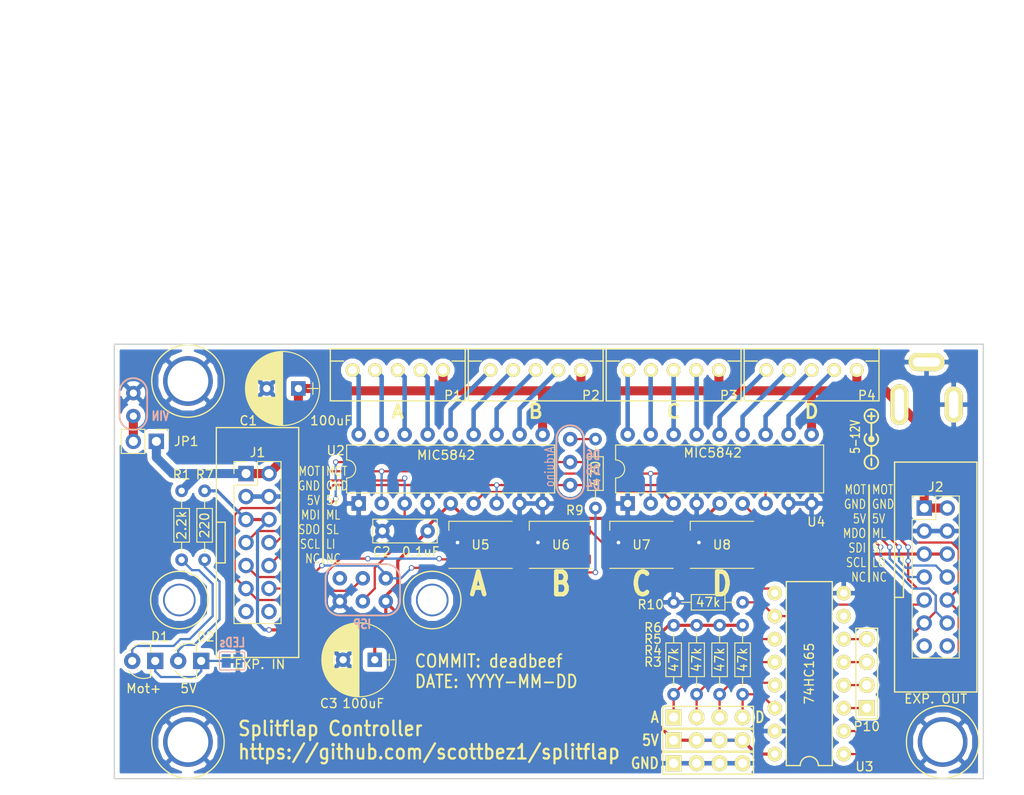
<source format=kicad_pcb>
(kicad_pcb (version 4) (host pcbnew 4.0.7-e2-6376~61~ubuntu18.04.1)
  (title_block (title "Splitflap controller board") (company "Scott Bezek") (comment 1 https://github.com/scottbez1/splitflap))
  (layers (0 F.Cu signal) (31 B.Cu signal) (34 B.Paste user) (35 F.Paste user) (36 B.SilkS user) (37 F.SilkS user) (38 B.Mask user) (39 F.Mask user) (44 Edge.Cuts user))
  (net 0 "")
  (net 1 GND)
  (net 2 "Net-(P2-Pad1)")
  (net 3 "Net-(P2-Pad2)")
  (net 4 "Net-(P2-Pad3)")
  (net 5 "Net-(P3-Pad1)")
  (net 6 "Net-(P3-Pad2)")
  (net 7 "Net-(P3-Pad3)")
  (net 8 "Net-(P3-Pad4)")
  (net 9 VCC)
  (net 10 "Net-(P4-Pad1)")
  (net 11 "Net-(P4-Pad2)")
  (net 12 "Net-(P4-Pad3)")
  (net 13 "Net-(P4-Pad4)")
  (net 14 "Net-(P1-Pad3)")
  (net 15 "Net-(P1-Pad2)")
  (net 16 +5V)
  (net 17 "Net-(P1-Pad4)")
  (net 18 "Net-(U5-Pad2)")
  (net 19 "Net-(D1-Pad2)")
  (net 20 "Net-(D2-Pad2)")
  (net 21 /MOTOR_DATA_IN)
  (net 22 /MOTOR_LATCH)
  (net 23 /SENSOR_DATA_OUT)
  (net 24 /SENSOR_LATCH)
  (net 25 /SPI_CLOCK)
  (net 26 /DBGLED_IN)
  (net 27 "Net-(J1-Pad13)")
  (net 28 "Net-(J1-Pad14)")
  (net 29 /MOTOR_DATA_OUT)
  (net 30 /SENSOR_DATA_IN)
  (net 31 /DBGLED_OUT)
  (net 32 "Net-(J2-Pad13)")
  (net 33 "Net-(J2-Pad14)")
  (net 34 "Net-(P1-Pad1)")
  (net 35 "Net-(P2-Pad4)")
  (net 36 /SENSE1)
  (net 37 /SENSE2)
  (net 38 /SENSE3)
  (net 39 /SENSE4)
  (net 40 "Net-(U1-PadISP5)")
  (net 41 "Net-(U2-Pad6)")
  (net 42 "Net-(U3-Pad7)")
  (net 43 "Net-(U6-Pad2)")
  (net 44 "Net-(U7-Pad2)")
  (net 45 "Net-(R9-Pad1)")
  (net 46 "Net-(P10-Pad1)")
  (net 47 "Net-(P10-Pad2)")
  (net 48 "Net-(P10-Pad3)")
  (net 49 "Net-(P10-Pad4)")
  (net 50 "Net-(D1-Pad1)")
  (net 51 "Net-(JP1-Pad2)")
  (module Capacitors_ThroughHole:CP_Radial_D8.0mm_P3.50mm (layer F.Cu) (at 40.33 24.892 180)
    (fp_text reference C1 (at 5.532 -3.556 360) (layer F.SilkS))
    (fp_text value 100uF (at -3.612 -3.556 180) (layer F.SilkS))
    (pad 1 thru_hole rect (at 0 0 180) (size 1.6 1.6) (drill 0.8) (layers *.Cu *.Mask) (net 9 VCC))
    (pad 2 thru_hole circle (at 3.5 0 180) (size 1.6 1.6) (drill 0.8) (layers *.Cu *.Mask) (net 1 GND))
  )
  (module MountingHoles:M4_mount (layer F.Cu) (at 28.128 24.064)
    (fp_text reference Z1 hide)
    (fp_text value MOUNT hide)
    (pad 1 thru_hole circle (at 0 0) (size 5.5 5.5) (drill 4.5) (layers *.Cu *.Mask) (net 1 GND) (clearance 1.5))
  )
  (module MountingHoles:M4_mount (layer F.Cu) (at 28.128 63.942)
    (fp_text reference Z2 hide)
    (fp_text value MOUNT hide)
    (pad 1 thru_hole circle (at 0 0) (size 5.5 5.5) (drill 4.5) (layers *.Cu *.Mask) (net 1 GND) (clearance 1.5))
  )
  (module PinHeaders:Pin_Header_Straight_2x07_Pitch2.54mm_IDC_Shrouded (layer F.Cu) (at 109.474 38.1)
    (fp_text reference J2 (at 1.27 -2.33) (layer F.SilkS))
    (fp_text value "EXP. OUT" (at 1.27 21.082) (layer F.SilkS))
    (pad 1 thru_hole rect (at 0 0) (size 1.7 1.7) (drill 1) (layers *.Cu *.Mask) (net 9 VCC))
    (pad 2 thru_hole oval (at 2.54 0) (size 1.7 1.7) (drill 1) (layers *.Cu *.Mask) (net 9 VCC))
    (pad 3 thru_hole oval (at 0 2.54) (size 1.7 1.7) (drill 1) (layers *.Cu *.Mask) (net 1 GND))
    (pad 4 thru_hole oval (at 2.54 2.54) (size 1.7 1.7) (drill 1) (layers *.Cu *.Mask) (net 1 GND))
    (pad 5 thru_hole oval (at 0 5.08) (size 1.7 1.7) (drill 1) (layers *.Cu *.Mask) (net 16 +5V))
    (pad 6 thru_hole oval (at 2.54 5.08) (size 1.7 1.7) (drill 1) (layers *.Cu *.Mask) (net 16 +5V))
    (pad 7 thru_hole oval (at 0 7.62) (size 1.7 1.7) (drill 1) (layers *.Cu *.Mask) (net 29 /MOTOR_DATA_OUT))
    (pad 8 thru_hole oval (at 2.54 7.62) (size 1.7 1.7) (drill 1) (layers *.Cu *.Mask) (net 22 /MOTOR_LATCH))
    (pad 9 thru_hole oval (at 0 10.16) (size 1.7 1.7) (drill 1) (layers *.Cu *.Mask) (net 30 /SENSOR_DATA_IN))
    (pad 10 thru_hole oval (at 2.54 10.16) (size 1.7 1.7) (drill 1) (layers *.Cu *.Mask) (net 24 /SENSOR_LATCH))
    (pad 11 thru_hole oval (at 0 12.7) (size 1.7 1.7) (drill 1) (layers *.Cu *.Mask) (net 25 /SPI_CLOCK))
    (pad 12 thru_hole oval (at 2.54 12.7) (size 1.7 1.7) (drill 1) (layers *.Cu *.Mask) (net 31 /DBGLED_OUT))
    (pad 13 thru_hole oval (at 0 15.24) (size 1.7 1.7) (drill 1) (layers *.Cu *.Mask) (net 32 "Net-(J2-Pad13)"))
    (pad 14 thru_hole oval (at 2.54 15.24) (size 1.7 1.7) (drill 1) (layers *.Cu *.Mask) (net 33 "Net-(J2-Pad14)"))
  )
  (module PinHeaders:Pin_Header_Straight_1x04 (layer F.Cu) (at 81.788 66.294 90)
    (fp_text reference P8 hide)
    (fp_text value CONN_01X04 hide)
    (pad 1 thru_hole rect (at 0 0 90) (size 1.75 1.75) (drill 1) (layers *.Cu *.Mask F.SilkS) (net 1 GND))
    (pad 2 thru_hole oval (at 0 2.54 90) (size 1.75 1.75) (drill 1) (layers *.Cu *.Mask F.SilkS) (net 1 GND))
    (pad 3 thru_hole oval (at 0 5.08 90) (size 1.75 1.75) (drill 1) (layers *.Cu *.Mask F.SilkS) (net 1 GND))
    (pad 4 thru_hole oval (at 0 7.62 90) (size 1.75 1.75) (drill 1) (layers *.Cu *.Mask F.SilkS) (net 1 GND))
  )
  (module PinHeaders:Pin_Header_Straight_1x04 (layer F.Cu) (at 81.788 63.754 90)
    (fp_text reference P7 hide)
    (fp_text value CONN_01X04 hide)
    (pad 1 thru_hole rect (at 0 0 90) (size 1.75 1.75) (drill 1) (layers *.Cu *.Mask F.SilkS) (net 16 +5V))
    (pad 2 thru_hole oval (at 0 2.54 90) (size 1.75 1.75) (drill 1) (layers *.Cu *.Mask F.SilkS) (net 16 +5V))
    (pad 3 thru_hole oval (at 0 5.08 90) (size 1.75 1.75) (drill 1) (layers *.Cu *.Mask F.SilkS) (net 16 +5V))
    (pad 4 thru_hole oval (at 0 7.62 90) (size 1.75 1.75) (drill 1) (layers *.Cu *.Mask F.SilkS) (net 16 +5V))
  )
  (module PJ-202A:PJ-202A (layer F.Cu) (at 109.728 26.67)
    (fp_text reference CON1 hide)
    (fp_text value MOTOR_PWR)
    (pad 1 thru_hole oval (at -3 0) (size 2 4.5) (drill oval 1 3.5) (layers *.Cu *.Mask F.SilkS) (net 9 VCC))
    (pad 2 thru_hole oval (at 3 0) (size 2 4) (drill oval 1 3) (layers *.Cu *.Mask F.SilkS) (net 1 GND))
    (pad 3 thru_hole oval (at 0 -4.7) (size 4 2) (drill oval 3 1) (layers *.Cu *.Mask F.SilkS) (net 1 GND))
  )
  (module JST_XH_Connectors:JST_XH_2-5mm_5pin (layer F.Cu) (at 97.028 22.86)
    (fp_text reference P4 (at 6.096 2.794) (layer F.SilkS))
    (fp_text value CONN_01X05 hide)
    (pad 1 thru_hole circle (at -5 0) (size 1.524 1.524) (drill 0.95) (layers *.Cu *.Mask F.SilkS) (net 10 "Net-(P4-Pad1)"))
    (pad 2 thru_hole circle (at -2.5 0) (size 1.524 1.524) (drill 0.95) (layers *.Cu *.Mask F.SilkS) (net 11 "Net-(P4-Pad2)"))
    (pad 3 thru_hole circle (at 0 0) (size 1.524 1.524) (drill 0.95) (layers *.Cu *.Mask F.SilkS) (net 12 "Net-(P4-Pad3)"))
    (pad 4 thru_hole circle (at 2.5 0) (size 1.524 1.524) (drill 0.95) (layers *.Cu *.Mask F.SilkS) (net 13 "Net-(P4-Pad4)"))
    (pad 5 thru_hole circle (at 5 0) (size 1.524 1.524) (drill 0.95) (layers *.Cu *.Mask F.SilkS) (net 9 VCC))
  )
  (module JST_XH_Connectors:JST_XH_2-5mm_5pin (layer F.Cu) (at 81.788 22.86)
    (fp_text reference P3 (at 6.096 2.794) (layer F.SilkS))
    (fp_text value CONN_01X05 hide)
    (pad 1 thru_hole circle (at -5 0) (size 1.524 1.524) (drill 0.95) (layers *.Cu *.Mask F.SilkS) (net 5 "Net-(P3-Pad1)"))
    (pad 2 thru_hole circle (at -2.5 0) (size 1.524 1.524) (drill 0.95) (layers *.Cu *.Mask F.SilkS) (net 6 "Net-(P3-Pad2)"))
    (pad 3 thru_hole circle (at 0 0) (size 1.524 1.524) (drill 0.95) (layers *.Cu *.Mask F.SilkS) (net 7 "Net-(P3-Pad3)"))
    (pad 4 thru_hole circle (at 2.5 0) (size 1.524 1.524) (drill 0.95) (layers *.Cu *.Mask F.SilkS) (net 8 "Net-(P3-Pad4)"))
    (pad 5 thru_hole circle (at 5 0) (size 1.524 1.524) (drill 0.95) (layers *.Cu *.Mask F.SilkS) (net 9 VCC))
  )
  (module JST_XH_Connectors:JST_XH_2-5mm_5pin (layer F.Cu) (at 51.308 22.86)
    (fp_text reference P1 (at 6.096 2.794) (layer F.SilkS))
    (fp_text value CONN_01X05 hide)
    (pad 1 thru_hole circle (at -5 0) (size 1.524 1.524) (drill 0.95) (layers *.Cu *.Mask F.SilkS) (net 34 "Net-(P1-Pad1)"))
    (pad 2 thru_hole circle (at -2.5 0) (size 1.524 1.524) (drill 0.95) (layers *.Cu *.Mask F.SilkS) (net 15 "Net-(P1-Pad2)"))
    (pad 3 thru_hole circle (at 0 0) (size 1.524 1.524) (drill 0.95) (layers *.Cu *.Mask F.SilkS) (net 14 "Net-(P1-Pad3)"))
    (pad 4 thru_hole circle (at 2.5 0) (size 1.524 1.524) (drill 0.95) (layers *.Cu *.Mask F.SilkS) (net 17 "Net-(P1-Pad4)"))
    (pad 5 thru_hole circle (at 5 0) (size 1.524 1.524) (drill 0.95) (layers *.Cu *.Mask F.SilkS) (net 9 VCC))
  )
  (module JST_XH_Connectors:JST_XH_2-5mm_5pin (layer F.Cu) (at 66.548 22.86)
    (fp_text reference P2 (at 6.096 2.794) (layer F.SilkS))
    (fp_text value CONN_01X05 hide)
    (pad 1 thru_hole circle (at -5 0) (size 1.524 1.524) (drill 0.95) (layers *.Cu *.Mask F.SilkS) (net 2 "Net-(P2-Pad1)"))
    (pad 2 thru_hole circle (at -2.5 0) (size 1.524 1.524) (drill 0.95) (layers *.Cu *.Mask F.SilkS) (net 3 "Net-(P2-Pad2)"))
    (pad 3 thru_hole circle (at 0 0) (size 1.524 1.524) (drill 0.95) (layers *.Cu *.Mask F.SilkS) (net 4 "Net-(P2-Pad3)"))
    (pad 4 thru_hole circle (at 2.5 0) (size 1.524 1.524) (drill 0.95) (layers *.Cu *.Mask F.SilkS) (net 35 "Net-(P2-Pad4)"))
    (pad 5 thru_hole circle (at 5 0) (size 1.524 1.524) (drill 0.95) (layers *.Cu *.Mask F.SilkS) (net 9 VCC))
  )
  (module PinHeaders:Pin_Header_Straight_1x04 (layer F.Cu) (at 81.788 61.214 90)
    (fp_text reference P6 hide)
    (fp_text value CONN_01X04 hide)
    (pad 1 thru_hole rect (at 0 0 90) (size 1.75 1.75) (drill 1) (layers *.Cu *.Mask F.SilkS) (net 36 /SENSE1))
    (pad 2 thru_hole oval (at 0 2.54 90) (size 1.75 1.75) (drill 1) (layers *.Cu *.Mask F.SilkS) (net 37 /SENSE2))
    (pad 3 thru_hole oval (at 0 5.08 90) (size 1.75 1.75) (drill 1) (layers *.Cu *.Mask F.SilkS) (net 38 /SENSE3))
    (pad 4 thru_hole oval (at 0 7.62 90) (size 1.75 1.75) (drill 1) (layers *.Cu *.Mask F.SilkS) (net 39 /SENSE4))
  )
  (module Housings_DIP:DIP-18_W7.62mm (layer F.Cu) (at 46.99 37.592 90)
    (fp_text reference U2 (at 5.842 -2.54 180) (layer F.SilkS))
    (fp_text value MIC5842 (at 5.334 9.652 180) (layer F.SilkS))
    (pad 1 thru_hole rect (at 0 0 90) (size 1.6 1.6) (drill 0.8) (layers *.Cu *.Mask) (net 1 GND))
    (pad 10 thru_hole oval (at 7.62 20.32 90) (size 1.6 1.6) (drill 0.8) (layers *.Cu *.Mask) (net 9 VCC))
    (pad 2 thru_hole oval (at 0 2.54 90) (size 1.6 1.6) (drill 0.8) (layers *.Cu *.Mask) (net 25 /SPI_CLOCK))
    (pad 11 thru_hole oval (at 7.62 17.78 90) (size 1.6 1.6) (drill 0.8) (layers *.Cu *.Mask) (net 35 "Net-(P2-Pad4)"))
    (pad 3 thru_hole oval (at 0 5.08 90) (size 1.6 1.6) (drill 0.8) (layers *.Cu *.Mask) (net 21 /MOTOR_DATA_IN))
    (pad 12 thru_hole oval (at 7.62 15.24 90) (size 1.6 1.6) (drill 0.8) (layers *.Cu *.Mask) (net 4 "Net-(P2-Pad3)"))
    (pad 4 thru_hole oval (at 0 7.62 90) (size 1.6 1.6) (drill 0.8) (layers *.Cu *.Mask) (net 1 GND))
    (pad 13 thru_hole oval (at 7.62 12.7 90) (size 1.6 1.6) (drill 0.8) (layers *.Cu *.Mask) (net 3 "Net-(P2-Pad2)"))
    (pad 5 thru_hole oval (at 0 10.16 90) (size 1.6 1.6) (drill 0.8) (layers *.Cu *.Mask) (net 16 +5V))
    (pad 14 thru_hole oval (at 7.62 10.16 90) (size 1.6 1.6) (drill 0.8) (layers *.Cu *.Mask) (net 2 "Net-(P2-Pad1)"))
    (pad 6 thru_hole oval (at 0 12.7 90) (size 1.6 1.6) (drill 0.8) (layers *.Cu *.Mask) (net 41 "Net-(U2-Pad6)"))
    (pad 15 thru_hole oval (at 7.62 7.62 90) (size 1.6 1.6) (drill 0.8) (layers *.Cu *.Mask) (net 17 "Net-(P1-Pad4)"))
    (pad 7 thru_hole oval (at 0 15.24 90) (size 1.6 1.6) (drill 0.8) (layers *.Cu *.Mask) (net 22 /MOTOR_LATCH))
    (pad 16 thru_hole oval (at 7.62 5.08 90) (size 1.6 1.6) (drill 0.8) (layers *.Cu *.Mask) (net 14 "Net-(P1-Pad3)"))
    (pad 8 thru_hole oval (at 0 17.78 90) (size 1.6 1.6) (drill 0.8) (layers *.Cu *.Mask) (net 1 GND))
    (pad 17 thru_hole oval (at 7.62 2.54 90) (size 1.6 1.6) (drill 0.8) (layers *.Cu *.Mask) (net 15 "Net-(P1-Pad2)"))
    (pad 9 thru_hole oval (at 0 20.32 90) (size 1.6 1.6) (drill 0.8) (layers *.Cu *.Mask) (net 1 GND))
    (pad 18 thru_hole oval (at 7.62 0 90) (size 1.6 1.6) (drill 0.8) (layers *.Cu *.Mask) (net 34 "Net-(P1-Pad1)"))
  )
  (module Housings_DIP:DIP-18_W7.62mm (layer F.Cu) (at 76.708 37.592 90)
    (fp_text reference U4 (at -2.032 20.828 180) (layer F.SilkS))
    (fp_text value MIC5842 (at 5.588 9.398 180) (layer F.SilkS))
    (pad 1 thru_hole rect (at 0 0 90) (size 1.6 1.6) (drill 0.8) (layers *.Cu *.Mask) (net 1 GND))
    (pad 10 thru_hole oval (at 7.62 20.32 90) (size 1.6 1.6) (drill 0.8) (layers *.Cu *.Mask) (net 9 VCC))
    (pad 2 thru_hole oval (at 0 2.54 90) (size 1.6 1.6) (drill 0.8) (layers *.Cu *.Mask) (net 25 /SPI_CLOCK))
    (pad 11 thru_hole oval (at 7.62 17.78 90) (size 1.6 1.6) (drill 0.8) (layers *.Cu *.Mask) (net 13 "Net-(P4-Pad4)"))
    (pad 3 thru_hole oval (at 0 5.08 90) (size 1.6 1.6) (drill 0.8) (layers *.Cu *.Mask) (net 41 "Net-(U2-Pad6)"))
    (pad 12 thru_hole oval (at 7.62 15.24 90) (size 1.6 1.6) (drill 0.8) (layers *.Cu *.Mask) (net 12 "Net-(P4-Pad3)"))
    (pad 4 thru_hole oval (at 0 7.62 90) (size 1.6 1.6) (drill 0.8) (layers *.Cu *.Mask) (net 1 GND))
    (pad 13 thru_hole oval (at 7.62 12.7 90) (size 1.6 1.6) (drill 0.8) (layers *.Cu *.Mask) (net 11 "Net-(P4-Pad2)"))
    (pad 5 thru_hole oval (at 0 10.16 90) (size 1.6 1.6) (drill 0.8) (layers *.Cu *.Mask) (net 16 +5V))
    (pad 14 thru_hole oval (at 7.62 10.16 90) (size 1.6 1.6) (drill 0.8) (layers *.Cu *.Mask) (net 10 "Net-(P4-Pad1)"))
    (pad 6 thru_hole oval (at 0 12.7 90) (size 1.6 1.6) (drill 0.8) (layers *.Cu *.Mask) (net 29 /MOTOR_DATA_OUT))
    (pad 15 thru_hole oval (at 7.62 7.62 90) (size 1.6 1.6) (drill 0.8) (layers *.Cu *.Mask) (net 8 "Net-(P3-Pad4)"))
    (pad 7 thru_hole oval (at 0 15.24 90) (size 1.6 1.6) (drill 0.8) (layers *.Cu *.Mask) (net 22 /MOTOR_LATCH))
    (pad 16 thru_hole oval (at 7.62 5.08 90) (size 1.6 1.6) (drill 0.8) (layers *.Cu *.Mask) (net 7 "Net-(P3-Pad3)"))
    (pad 8 thru_hole oval (at 0 17.78 90) (size 1.6 1.6) (drill 0.8) (layers *.Cu *.Mask) (net 1 GND))
    (pad 17 thru_hole oval (at 7.62 2.54 90) (size 1.6 1.6) (drill 0.8) (layers *.Cu *.Mask) (net 6 "Net-(P3-Pad2)"))
    (pad 9 thru_hole oval (at 0 20.32 90) (size 1.6 1.6) (drill 0.8) (layers *.Cu *.Mask) (net 1 GND))
    (pad 18 thru_hole oval (at 7.62 0 90) (size 1.6 1.6) (drill 0.8) (layers *.Cu *.Mask) (net 5 "Net-(P3-Pad1)"))
  )
  (module LEDs:LED_WS2812B-PLCC4 (layer F.Cu) (at 60.452 42.164 180)
    (fp_text reference U5 (at 0 0 180) (layer F.SilkS))
    (fp_text value WS2812B hide)
    (pad 3 smd rect (at 2.5 1.6 180) (size 1.6 1) (layers F.Cu F.Paste F.Mask) (net 1 GND))
    (pad 4 smd rect (at 2.5 -1.6 180) (size 1.6 1) (layers F.Cu F.Paste F.Mask) (net 26 /DBGLED_IN))
    (pad 2 smd rect (at -2.5 1.6 180) (size 1.6 1) (layers F.Cu F.Paste F.Mask) (net 18 "Net-(U5-Pad2)"))
    (pad 1 smd rect (at -2.5 -1.6 180) (size 1.6 1) (layers F.Cu F.Paste F.Mask) (net 16 +5V))
  )
  (module LEDs:LED_WS2812B-PLCC4 (layer F.Cu) (at 69.342 42.164 180)
    (fp_text reference U6 (at 0 0 180) (layer F.SilkS))
    (fp_text value WS2812B hide)
    (pad 3 smd rect (at 2.5 1.6 180) (size 1.6 1) (layers F.Cu F.Paste F.Mask) (net 1 GND))
    (pad 4 smd rect (at 2.5 -1.6 180) (size 1.6 1) (layers F.Cu F.Paste F.Mask) (net 18 "Net-(U5-Pad2)"))
    (pad 2 smd rect (at -2.5 1.6 180) (size 1.6 1) (layers F.Cu F.Paste F.Mask) (net 43 "Net-(U6-Pad2)"))
    (pad 1 smd rect (at -2.5 -1.6 180) (size 1.6 1) (layers F.Cu F.Paste F.Mask) (net 16 +5V))
  )
  (module LEDs:LED_WS2812B-PLCC4 (layer F.Cu) (at 78.232 42.164 180)
    (fp_text reference U7 (at 0 0 180) (layer F.SilkS))
    (fp_text value WS2812B hide)
    (pad 3 smd rect (at 2.5 1.6 180) (size 1.6 1) (layers F.Cu F.Paste F.Mask) (net 1 GND))
    (pad 4 smd rect (at 2.5 -1.6 180) (size 1.6 1) (layers F.Cu F.Paste F.Mask) (net 43 "Net-(U6-Pad2)"))
    (pad 2 smd rect (at -2.5 1.6 180) (size 1.6 1) (layers F.Cu F.Paste F.Mask) (net 44 "Net-(U7-Pad2)"))
    (pad 1 smd rect (at -2.5 -1.6 180) (size 1.6 1) (layers F.Cu F.Paste F.Mask) (net 16 +5V))
  )
  (module LEDs:LED_WS2812B-PLCC4 (layer F.Cu) (at 87.122 42.164 180)
    (fp_text reference U8 (at 0 0 180) (layer F.SilkS))
    (fp_text value WS2812B hide)
    (pad 3 smd rect (at 2.5 1.6 180) (size 1.6 1) (layers F.Cu F.Paste F.Mask) (net 1 GND))
    (pad 4 smd rect (at 2.5 -1.6 180) (size 1.6 1) (layers F.Cu F.Paste F.Mask) (net 44 "Net-(U7-Pad2)"))
    (pad 2 smd rect (at -2.5 1.6 180) (size 1.6 1) (layers F.Cu F.Paste F.Mask) (net 31 /DBGLED_OUT))
    (pad 1 smd rect (at -2.5 -1.6 180) (size 1.6 1) (layers F.Cu F.Paste F.Mask) (net 16 +5V))
  )
  (module Capacitors_ThroughHole:C_Rect_L7.0mm_W2.5mm_P5.00mm (layer F.Cu) (at 54.61 40.64 180)
    (fp_text reference C2 (at 5.08 -2.286 180) (layer F.SilkS))
    (fp_text value 0.1uF (at 0.762 -2.286 180) (layer F.SilkS))
    (pad 1 thru_hole circle (at 0 0 180) (size 1.6 1.6) (drill 0.8) (layers *.Cu *.Mask) (net 16 +5V))
    (pad 2 thru_hole circle (at 5 0 180) (size 1.6 1.6) (drill 0.8) (layers *.Cu *.Mask) (net 1 GND))
  )
  (module Resistors_ThroughHole:R_Axial_DIN0204_L3.6mm_D1.6mm_P7.62mm_Horizontal (layer F.Cu) (at 89.408 51.054 270)
    (fp_text reference R3 (at 4.064 9.906 360) (layer F.SilkS))
    (fp_text value 47k (at 3.81 0 270) (layer F.SilkS))
    (pad 1 thru_hole circle (at 0 0 270) (size 1.4 1.4) (drill 0.7) (layers *.Cu *.Mask) (net 16 +5V))
    (pad 2 thru_hole oval (at 7.62 0 270) (size 1.4 1.4) (drill 0.7) (layers *.Cu *.Mask) (net 39 /SENSE4))
  )
  (module Resistors_ThroughHole:R_Axial_DIN0204_L3.6mm_D1.6mm_P7.62mm_Horizontal (layer F.Cu) (at 86.868 51.054 270)
    (fp_text reference R4 (at 2.794 7.366 360) (layer F.SilkS))
    (fp_text value 47k (at 3.81 0 270) (layer F.SilkS))
    (pad 1 thru_hole circle (at 0 0 270) (size 1.4 1.4) (drill 0.7) (layers *.Cu *.Mask) (net 16 +5V))
    (pad 2 thru_hole oval (at 7.62 0 270) (size 1.4 1.4) (drill 0.7) (layers *.Cu *.Mask) (net 38 /SENSE3))
  )
  (module Resistors_ThroughHole:R_Axial_DIN0204_L3.6mm_D1.6mm_P7.62mm_Horizontal (layer F.Cu) (at 84.328 51.054 270)
    (fp_text reference R5 (at 1.524 4.826 360) (layer F.SilkS))
    (fp_text value 47k (at 3.81 0 270) (layer F.SilkS))
    (pad 1 thru_hole circle (at 0 0 270) (size 1.4 1.4) (drill 0.7) (layers *.Cu *.Mask) (net 16 +5V))
    (pad 2 thru_hole oval (at 7.62 0 270) (size 1.4 1.4) (drill 0.7) (layers *.Cu *.Mask) (net 37 /SENSE2))
  )
  (module Resistors_ThroughHole:R_Axial_DIN0204_L3.6mm_D1.6mm_P7.62mm_Horizontal (layer F.Cu) (at 81.788 51.054 270)
    (fp_text reference R6 (at 0.254 2.286 360) (layer F.SilkS))
    (fp_text value 47k (at 3.81 0 270) (layer F.SilkS))
    (pad 1 thru_hole circle (at 0 0 270) (size 1.4 1.4) (drill 0.7) (layers *.Cu *.Mask) (net 16 +5V))
    (pad 2 thru_hole oval (at 7.62 0 270) (size 1.4 1.4) (drill 0.7) (layers *.Cu *.Mask) (net 36 /SENSE1))
  )
  (module Resistors_ThroughHole:R_Axial_DIN0204_L3.6mm_D1.6mm_P7.62mm_Horizontal (layer F.Cu) (at 27.432 43.815 90)
    (fp_text reference R1 (at 9.398 0 180) (layer F.SilkS))
    (fp_text value 2.2k (at 3.81 0 90) (layer F.SilkS))
    (pad 1 thru_hole circle (at 0 0 90) (size 1.4 1.4) (drill 0.7) (layers *.Cu *.Mask) (net 19 "Net-(D1-Pad2)"))
    (pad 2 thru_hole oval (at 7.62 0 90) (size 1.4 1.4) (drill 0.7) (layers *.Cu *.Mask) (net 9 VCC))
  )
  (module Resistors_ThroughHole:R_Axial_DIN0204_L3.6mm_D1.6mm_P7.62mm_Horizontal (layer F.Cu) (at 29.972 43.815 90)
    (fp_text reference R7 (at 9.398 0 180) (layer F.SilkS))
    (fp_text value 220 (at 3.81 0 90) (layer F.SilkS))
    (pad 1 thru_hole circle (at 0 0 90) (size 1.4 1.4) (drill 0.7) (layers *.Cu *.Mask) (net 20 "Net-(D2-Pad2)"))
    (pad 2 thru_hole oval (at 7.62 0 90) (size 1.4 1.4) (drill 0.7) (layers *.Cu *.Mask) (net 16 +5V))
  )
  (module Resistors_ThroughHole:R_Axial_DIN0204_L3.6mm_D1.6mm_P7.62mm_Horizontal (layer F.Cu) (at 73.152 30.48 270)
    (fp_text reference R9 (at 7.874 2.286 360) (layer F.SilkS))
    (fp_text value 470 (at 3.81 0 270) (layer F.SilkS))
    (pad 1 thru_hole circle (at 0 0 270) (size 1.4 1.4) (drill 0.7) (layers *.Cu *.Mask) (net 45 "Net-(R9-Pad1)"))
    (pad 2 thru_hole oval (at 7.62 0 270) (size 1.4 1.4) (drill 0.7) (layers *.Cu *.Mask) (net 26 /DBGLED_IN))
  )
  (module PinHeaders:Pin_Header_Straight_1x04 (layer F.Cu) (at 103.124 60.198 180)
    (fp_text reference P10 (at 0 -2.032 360) (layer F.SilkS))
    (fp_text value CONN_01X04 hide)
    (pad 1 thru_hole rect (at 0 0 180) (size 1.75 1.75) (drill 1) (layers *.Cu *.Mask F.SilkS) (net 46 "Net-(P10-Pad1)"))
    (pad 2 thru_hole oval (at 0 2.54 180) (size 1.75 1.75) (drill 1) (layers *.Cu *.Mask F.SilkS) (net 47 "Net-(P10-Pad2)"))
    (pad 3 thru_hole oval (at 0 5.08 180) (size 1.75 1.75) (drill 1) (layers *.Cu *.Mask F.SilkS) (net 48 "Net-(P10-Pad3)"))
    (pad 4 thru_hole oval (at 0 7.62 180) (size 1.75 1.75) (drill 1) (layers *.Cu *.Mask F.SilkS) (net 49 "Net-(P10-Pad4)"))
  )
  (module PinHeaders:Pin_Header_Straight_2x07_Pitch2.54mm_IDC_Shrouded (layer F.Cu) (at 34.544 34.29)
    (fp_text reference J1 (at 1.27 -2.33) (layer F.SilkS))
    (fp_text value "EXP. IN" (at 1.524 21.082) (layer F.SilkS))
    (pad 1 thru_hole rect (at 0 0) (size 1.7 1.7) (drill 1) (layers *.Cu *.Mask) (net 9 VCC))
    (pad 2 thru_hole oval (at 2.54 0) (size 1.7 1.7) (drill 1) (layers *.Cu *.Mask) (net 9 VCC))
    (pad 3 thru_hole oval (at 0 2.54) (size 1.7 1.7) (drill 1) (layers *.Cu *.Mask) (net 1 GND))
    (pad 4 thru_hole oval (at 2.54 2.54) (size 1.7 1.7) (drill 1) (layers *.Cu *.Mask) (net 1 GND))
    (pad 5 thru_hole oval (at 0 5.08) (size 1.7 1.7) (drill 1) (layers *.Cu *.Mask) (net 16 +5V))
    (pad 6 thru_hole oval (at 2.54 5.08) (size 1.7 1.7) (drill 1) (layers *.Cu *.Mask) (net 16 +5V))
    (pad 7 thru_hole oval (at 0 7.62) (size 1.7 1.7) (drill 1) (layers *.Cu *.Mask) (net 21 /MOTOR_DATA_IN))
    (pad 8 thru_hole oval (at 2.54 7.62) (size 1.7 1.7) (drill 1) (layers *.Cu *.Mask) (net 22 /MOTOR_LATCH))
    (pad 9 thru_hole oval (at 0 10.16) (size 1.7 1.7) (drill 1) (layers *.Cu *.Mask) (net 23 /SENSOR_DATA_OUT))
    (pad 10 thru_hole oval (at 2.54 10.16) (size 1.7 1.7) (drill 1) (layers *.Cu *.Mask) (net 24 /SENSOR_LATCH))
    (pad 11 thru_hole oval (at 0 12.7) (size 1.7 1.7) (drill 1) (layers *.Cu *.Mask) (net 25 /SPI_CLOCK))
    (pad 12 thru_hole oval (at 2.54 12.7) (size 1.7 1.7) (drill 1) (layers *.Cu *.Mask) (net 26 /DBGLED_IN))
    (pad 13 thru_hole oval (at 0 15.24) (size 1.7 1.7) (drill 1) (layers *.Cu *.Mask) (net 27 "Net-(J1-Pad13)"))
    (pad 14 thru_hole oval (at 2.54 15.24) (size 1.7 1.7) (drill 1) (layers *.Cu *.Mask) (net 28 "Net-(J1-Pad14)"))
  )
  (module Capacitors_ThroughHole:CP_Radial_D8.0mm_P3.50mm (layer F.Cu) (at 48.768 54.864 180)
    (fp_text reference C3 (at 5.08 -4.826 360) (layer F.SilkS))
    (fp_text value 100uF (at 1.27 -4.826 180) (layer F.SilkS))
    (pad 1 thru_hole rect (at 0 0 180) (size 1.6 1.6) (drill 0.8) (layers *.Cu *.Mask) (net 16 +5V))
    (pad 2 thru_hole circle (at 3.5 0 180) (size 1.6 1.6) (drill 0.8) (layers *.Cu *.Mask) (net 1 GND))
  )
  (module LED3mmBetterSilkScreen:LED_D3.0mm (layer F.Cu) (at 24.511 54.991 180)
    (fp_text reference D1 (at -0.508 2.667 360) (layer F.SilkS))
    (fp_text value Mot+ (at 1.27 -3.048 360) (layer F.SilkS))
    (pad 1 thru_hole rect (at 0 0 180) (size 1.8 1.8) (drill 0.9) (layers *.Cu *.Mask) (net 50 "Net-(D1-Pad1)"))
    (pad 2 thru_hole circle (at 2.54 0 180) (size 1.8 1.8) (drill 0.9) (layers *.Cu *.Mask) (net 19 "Net-(D1-Pad2)"))
  )
  (module LED3mmBetterSilkScreen:LED_D3.0mm (layer F.Cu) (at 29.591 54.991 180)
    (fp_text reference D2 (at -0.508 2.667 360) (layer F.SilkS))
    (fp_text value 5V (at 1.397 -3.048 360) (layer F.SilkS))
    (pad 1 thru_hole rect (at 0 0 180) (size 1.8 1.8) (drill 0.9) (layers *.Cu *.Mask) (net 50 "Net-(D1-Pad1)"))
    (pad 2 thru_hole circle (at 2.54 0 180) (size 1.8 1.8) (drill 0.9) (layers *.Cu *.Mask) (net 20 "Net-(D2-Pad2)"))
  )
  (module Resistors_ThroughHole:R_Axial_DIN0204_L3.6mm_D1.6mm_P7.62mm_Horizontal (layer F.Cu) (at 89.408 48.514 180)
    (fp_text reference R10 (at 10.16 -0.254 360) (layer F.SilkS))
    (fp_text value 47k (at 3.81 0 180) (layer F.SilkS))
    (pad 1 thru_hole circle (at 0 0 180) (size 1.4 1.4) (drill 0.7) (layers *.Cu *.Mask) (net 30 /SENSOR_DATA_IN))
    (pad 2 thru_hole oval (at 7.62 0 180) (size 1.4 1.4) (drill 0.7) (layers *.Cu *.Mask) (net 1 GND))
  )
  (module CustomSymbols:PolarityCenterPositive (layer F.Cu) (at 103.632 30.48 90)
    (fp_text reference REF** hide)
    (fp_text value PolarityCenterPositive hide)
  )
  (module MountingHoles:M4_mount (layer F.Cu) (at 111.506 63.942)
    (fp_text reference Z3 hide)
    (fp_text value MOUNT hide)
    (pad 1 thru_hole circle (at 0 0) (size 5.5 5.5) (drill 4.5) (layers *.Cu *.Mask) (net 1 GND) (clearance 1.5))
  )
  (module Pin_Headers:Pin_Header_Straight_1x02_Pitch2.54mm (layer F.Cu) (at 24.638 30.734 270)
    (fp_text reference JP1 (at 0 -3.302 360) (layer F.SilkS))
    (fp_text value "VIN <-> VCC" hide)
    (pad 1 thru_hole rect (at 0 0 270) (size 1.7 1.7) (drill 1) (layers *.Cu *.Mask) (net 9 VCC))
    (pad 2 thru_hole oval (at 0 2.54 270) (size 1.7 1.7) (drill 1) (layers *.Cu *.Mask) (net 51 "Net-(JP1-Pad2)"))
  )
  (module ArduinoUnoShield:arduino_uno_shield (layer F.Cu) (at 19.558 -17.78 270)
    (fp_text reference U1 hide)
    (fp_text value arduino_uno_shield)
    (pad "" thru_hole circle (at 66.04 -7.62 270) (size 3.6 3.6) (drill 3.2) (layers *.Cu *.Mask))
    (pad GND thru_hole circle (at 43.18 -2.54 270) (size 1.6 1.6) (drill 0.8) (layers *.Cu *.Mask) (net 1 GND))
    (pad VIN thru_hole circle (at 45.72 -2.54 270) (size 1.6 1.6) (drill 0.8) (layers *.Cu *.Mask) (net 51 "Net-(JP1-Pad2)"))
    (pad ISP6 thru_hole circle (at 66.18 -25.35 270) (size 1.6 1.6) (drill 0.8) (layers *.Cu *.Mask) (net 1 GND))
    (pad ISP5 thru_hole circle (at 63.64 -25.35 270) (size 1.6 1.6) (drill 0.8) (layers *.Cu *.Mask) (net 40 "Net-(U1-PadISP5)"))
    (pad ISP4 thru_hole circle (at 66.18 -27.89 270) (size 1.6 1.6) (drill 0.8) (layers *.Cu *.Mask) (net 21 /MOTOR_DATA_IN))
    (pad ISP3 thru_hole circle (at 63.64 -27.89 270) (size 1.6 1.6) (drill 0.8) (layers *.Cu *.Mask) (net 25 /SPI_CLOCK))
    (pad ISP2 thru_hole circle (at 66.18 -30.43 270) (size 1.6 1.6) (drill 0.8) (layers *.Cu *.Mask) (net 16 +5V))
    (pad ISP1 thru_hole circle (at 63.64 -30.43 270) (size 1.6 1.6) (drill 0.8) (layers *.Cu *.Mask) (net 23 /SENSOR_DATA_OUT))
    (pad D6 thru_hole circle (at 48.26 -50.8 270) (size 1.6 1.6) (drill 0.8) (layers *.Cu *.Mask) (net 45 "Net-(R9-Pad1)"))
    (pad D5 thru_hole circle (at 50.8 -50.8 270) (size 1.6 1.6) (drill 0.8) (layers *.Cu *.Mask) (net 24 /SENSOR_LATCH))
    (pad D4 thru_hole circle (at 53.34 -50.8 270) (size 1.6 1.6) (drill 0.8) (layers *.Cu *.Mask) (net 22 /MOTOR_LATCH))
    (pad "" thru_hole circle (at 66.04 -35.56 270) (size 3.6 3.6) (drill 3.2) (layers *.Cu *.Mask))
  )
  (module Oddities:Dummy_Empty (layer F.Cu) (at 118 46)
    (fp_text reference Z4 hide)
    (fp_text value "ribbon cable (BOM only)")
  )
  (module 74HC165-DIP:74HC165_DIP-16_W7.62mm (layer F.Cu) (at 100.584 65.278 180)
    (fp_text reference U3 (at -2.286 -1.397 180) (layer F.SilkS))
    (fp_text value 74HC165 (at 3.81 8.89 450) (layer F.SilkS))
    (pad 1 thru_hole oval (at 0 0 180) (size 1.6 1.6) (drill 0.8) (layers *.Cu *.Mask F.SilkS) (net 24 /SENSOR_LATCH))
    (pad 2 thru_hole oval (at 0 2.54 180) (size 1.6 1.6) (drill 0.8) (layers *.Cu *.Mask F.SilkS) (net 25 /SPI_CLOCK))
    (pad 3 thru_hole oval (at 0 5.08 180) (size 1.6 1.6) (drill 0.8) (layers *.Cu *.Mask F.SilkS) (net 46 "Net-(P10-Pad1)"))
    (pad 4 thru_hole oval (at 0 7.62 180) (size 1.6 1.6) (drill 0.8) (layers *.Cu *.Mask F.SilkS) (net 47 "Net-(P10-Pad2)"))
    (pad 5 thru_hole oval (at 0 10.16 180) (size 1.6 1.6) (drill 0.8) (layers *.Cu *.Mask F.SilkS) (net 48 "Net-(P10-Pad3)"))
    (pad 6 thru_hole oval (at 0 12.7 180) (size 1.6 1.6) (drill 0.8) (layers *.Cu *.Mask F.SilkS) (net 49 "Net-(P10-Pad4)"))
    (pad 7 thru_hole oval (at 0 15.24 180) (size 1.6 1.6) (drill 0.8) (layers *.Cu *.Mask F.SilkS) (net 42 "Net-(U3-Pad7)"))
    (pad 8 thru_hole oval (at 0 17.78 180) (size 1.6 1.6) (drill 0.8) (layers *.Cu *.Mask F.SilkS) (net 1 GND))
    (pad 9 thru_hole oval (at 7.62 17.78 180) (size 1.6 1.6) (drill 0.8) (layers *.Cu *.Mask F.SilkS) (net 23 /SENSOR_DATA_OUT))
    (pad 10 thru_hole oval (at 7.62 15.24 180) (size 1.6 1.6) (drill 0.8) (layers *.Cu *.Mask F.SilkS) (net 30 /SENSOR_DATA_IN))
    (pad 11 thru_hole oval (at 7.62 12.7 180) (size 1.6 1.6) (drill 0.8) (layers *.Cu *.Mask F.SilkS) (net 36 /SENSE1))
    (pad 12 thru_hole oval (at 7.62 10.16 180) (size 1.6 1.6) (drill 0.8) (layers *.Cu *.Mask F.SilkS) (net 37 /SENSE2))
    (pad 13 thru_hole oval (at 7.62 7.62 180) (size 1.6 1.6) (drill 0.8) (layers *.Cu *.Mask F.SilkS) (net 38 /SENSE3))
    (pad 14 thru_hole oval (at 7.62 5.08 180) (size 1.6 1.6) (drill 0.8) (layers *.Cu *.Mask F.SilkS) (net 39 /SENSE4))
    (pad 15 thru_hole oval (at 7.62 2.54 180) (size 1.6 1.6) (drill 0.8) (layers *.Cu *.Mask F.SilkS) (net 1 GND))
    (pad 16 thru_hole oval (at 7.62 0 180) (size 1.6 1.6) (drill 0.8) (layers *.Cu *.Mask F.SilkS) (net 16 +5V))
  )
  (module SolderJumpers:SolderJumper-2_P1.3mm_Bridged_Pad1.0x1.5mm (layer B.Cu) (at 33.005 54.991 180)
    (fp_text reference JP2 hide)
    (fp_text value LED_Jumper hide)
    (fp_line (start 0.635 0) (end -0.635 0) (layer B.Cu) (width 0.5))
    (pad 1 smd rect (at -0.65 0 180) (size 1 1.5) (layers B.Cu B.Mask) (net 1 GND))
    (pad 2 smd rect (at 0.65 0 180) (size 1 1.5) (layers B.Cu B.Mask) (net 50 "Net-(D1-Pad1)"))
  )
  (gr_line (start 20.574 25.273) (end 20.574 27.94) (angle 90) (layer B.SilkS) (width 0.2))
  (gr_line (start 23.622 25.273) (end 23.622 27.94) (angle 90) (layer B.SilkS) (width 0.2))
  (gr_arc (start 22.098 25.273) (end 20.574 25.273) (angle 180) (layer B.SilkS) (width 0.2))
  (gr_arc (start 22.098 27.94) (end 20.574 27.94) (angle -180) (layer B.SilkS) (width 0.2))
  (gr_line (start 50.038 49.9618) (end 44.9326 49.9618) (angle 90) (layer B.SilkS) (width 0.2))
  (gr_line (start 43.3324 45.8216) (end 43.3324 48.4632) (angle 90) (layer B.SilkS) (width 0.2))
  (gr_line (start 50.0126 44.2976) (end 44.9072 44.2976) (angle 90) (layer B.SilkS) (width 0.2))
  (gr_line (start 51.562 45.8216) (end 51.562 48.3616) (angle 90) (layer B.SilkS) (width 0.2))
  (gr_arc (start 44.9072 48.387) (end 44.958 49.9618) (angle 90) (layer B.SilkS) (width 0.2))
  (gr_arc (start 44.9072 45.847) (end 43.3324 45.8724) (angle 90) (layer B.SilkS) (width 0.2))
  (gr_arc (start 49.9872 45.8724) (end 49.9872 44.2976) (angle 90) (layer B.SilkS) (width 0.2))
  (gr_arc (start 49.9872 48.387) (end 51.562 48.3616) (angle 90) (layer B.SilkS) (width 0.2))
  (gr_line (start 68.834 30.48) (end 68.834 35.56) (angle 90) (layer B.SilkS) (width 0.2))
  (gr_line (start 71.882 30.48) (end 71.882 35.56) (angle 90) (layer B.SilkS) (width 0.2))
  (gr_arc (start 70.358 35.56) (end 68.834 35.56) (angle -180) (layer B.SilkS) (width 0.2))
  (gr_arc (start 70.358 30.48) (end 68.834 30.48) (angle 180) (layer B.SilkS) (width 0.2))
  (gr_text LEDs (at 33.02 52.959) (layer B.SilkS) (effects (font (size 1 0.8) (thickness 0.2)) (justify mirror)))
  (gr_line (start 43.053 33.528) (end 43.053 44.196) (angle 90) (layer F.SilkS) (width 0.2))
  (gr_line (start 103.378 35.56) (end 103.378 46.228) (angle 90) (layer F.SilkS) (width 0.2))
  (gr_text "MOT\nGND\n5V\nML\nSL\nLI\nNC" (at 43.307 38.862) (layer F.SilkS) (effects (font (size 1 0.8) (thickness 0.12)) (justify left)))
  (gr_text "MOT\nGND\n5V\nMDI\nSDO\nSCL\nNC" (at 42.799 38.862) (layer F.SilkS) (effects (font (size 1 0.8) (thickness 0.12)) (justify right)))
  (gr_text "MOT\nGND\n5V\nML\nSL\nLO\nNC" (at 103.632 40.894) (layer F.SilkS) (effects (font (size 1 0.8) (thickness 0.12)) (justify left)))
  (gr_text "MOT\nGND\n5V\nMDO\nSDI\nSCL\nNC" (at 103.124 40.894) (layer F.SilkS) (effects (font (size 1 0.8) (thickness 0.12)) (justify right)))
  (gr_text VIN (at 24.003 27.94) (layer B.SilkS) (effects (font (size 1 0.8) (thickness 0.2)) (justify right mirror)))
  (gr_text GND (at 80.264 66.294) (layer F.SilkS) (effects (font (size 1.2 1) (thickness 0.2)) (justify right)))
  (gr_text 5V (at 80.264 63.754) (layer F.SilkS) (effects (font (size 1.2 1) (thickness 0.2)) (justify right)))
  (gr_text D (at 97.028 27.432) (layer F.SilkS) (effects (font (size 1.5 1.5) (thickness 0.3))))
  (gr_text C (at 81.788 27.432) (layer F.SilkS) (effects (font (size 1.5 1.5) (thickness 0.3))))
  (gr_text B (at 66.548 27.432) (layer F.SilkS) (effects (font (size 1.5 1.5) (thickness 0.3))))
  (gr_text A (at 51.308 27.432) (layer F.SilkS) (effects (font (size 1.5 1.5) (thickness 0.3))))
  (gr_text Arduino (at 68.072 31.242 90) (layer B.SilkS) (effects (font (size 1 0.8) (thickness 0.12)) (justify left mirror)))
  (gr_text D4 (at 73.787 35.56) (layer B.SilkS) (effects (font (size 1 0.8) (thickness 0.2)) (justify left mirror)))
  (gr_text D5 (at 73.787 33.909) (layer B.SilkS) (effects (font (size 1 0.8) (thickness 0.2)) (justify left mirror)))
  (gr_text D6 (at 73.787 32.258) (layer B.SilkS) (effects (font (size 1 0.8) (thickness 0.2)) (justify left mirror)))
  (gr_text D (at 87.122 46.482) (layer F.SilkS) (effects (font (size 2.5 2) (thickness 0.5))))
  (gr_text C (at 78.232 46.482) (layer F.SilkS) (effects (font (size 2.5 2) (thickness 0.5))))
  (gr_text B (at 69.342 46.482) (layer F.SilkS) (effects (font (size 2.5 2) (thickness 0.5))))
  (gr_text A (at 60.198 46.482) (layer F.SilkS) (effects (font (size 2.5 2) (thickness 0.5))))
  (gr_line (start 116 20) (end 116 68) (angle 90) (layer Edge.Cuts) (width 0.15))
  (gr_line (start 20 68) (end 20 20) (angle 90) (layer Edge.Cuts) (width 0.15))
  (gr_line (start 116 68) (end 20 68) (angle 90) (layer Edge.Cuts) (width 0.15))
  (gr_line (start 20 20) (end 116 20) (angle 90) (layer Edge.Cuts) (width 0.15))
  (gr_text "Splitflap Controller\nhttps://github.com/scottbez1/splitflap" (at 33.528 63.754) (layer F.SilkS) (effects (font (size 1.6 1.4) (thickness 0.25)) (justify left)))
  (gr_text "COMMIT: deadbeef \nDATE: YYYY-MM-DD" (at 53.086 56.134) (layer F.SilkS) (effects (font (size 1.4 1.2) (thickness 0.2)) (justify left)))
  (gr_text 5-12V (at 101.854 30.226 90) (layer F.SilkS) (effects (font (size 1 0.75))))
  (gr_text ISP (at 47.371 50.927) (layer B.SilkS) (effects (font (size 1 0.8) (thickness 0.2)) (justify mirror)))
  (gr_text D (at 90.678 61.214) (layer F.SilkS) (effects (font (size 1.2 1) (thickness 0.2)) (justify left)))
  (gr_text A (at 80.264 61.214) (layer F.SilkS) (effects (font (size 1.2 1) (thickness 0.2)) (justify right)))
  (segment (start 34.798 53.594) (end 34.798 54.991) (width 0.25) (layer B.Cu) (net 1))
  (segment (start 34.798 54.991) (end 34.798 56.388) (width 0.25) (layer B.Cu) (net 1))
  (segment (start 33.655 54.991) (end 34.405 54.991) (width 0.25) (layer B.Cu) (net 1))
  (segment (start 34.405 54.991) (end 34.798 54.991) (width 0.25) (layer B.Cu) (net 1))
  (segment (start 33.655 54.991) (end 33.655 53.594) (width 0.25) (layer B.Cu) (net 1))
  (segment (start 33.655 53.594) (end 34.798 53.594) (width 0.25) (layer B.Cu) (net 1))
  (segment (start 34.798 56.388) (end 33.655 56.388) (width 0.25) (layer B.Cu) (net 1))
  (segment (start 33.655 56.388) (end 33.655 54.991) (width 0.25) (layer B.Cu) (net 1))
  (via (at 75.692 41.91) (size 0.6) (drill 0.4) (layers F.Cu B.Cu) (net 1))
  (segment (start 75.732 41.87) (end 75.692 41.91) (width 0.25) (layer F.Cu) (net 1))
  (segment (start 75.732 40.564) (end 75.732 41.87) (width 0.25) (layer F.Cu) (net 1))
  (segment (start 75.732 40.564) (end 75.732 40.854) (width 0.25) (layer F.Cu) (net 1))
  (segment (start 84.622 40.564) (end 84.622 41.87) (width 0.25) (layer F.Cu) (net 1))
  (via (at 84.582 41.91) (size 0.6) (drill 0.4) (layers F.Cu B.Cu) (net 1))
  (segment (start 84.622 41.87) (end 84.582 41.91) (width 0.25) (layer F.Cu) (net 1))
  (segment (start 66.842 40.564) (end 66.842 41.87) (width 0.25) (layer F.Cu) (net 1))
  (via (at 66.802 41.91) (size 0.6) (drill 0.4) (layers F.Cu B.Cu) (net 1))
  (segment (start 66.842 41.87) (end 66.802 41.91) (width 0.25) (layer F.Cu) (net 1))
  (segment (start 57.952 40.564) (end 57.952 41.87) (width 0.25) (layer F.Cu) (net 1))
  (via (at 57.912 41.91) (size 0.6) (drill 0.4) (layers F.Cu B.Cu) (net 1))
  (segment (start 57.952 41.87) (end 57.912 41.91) (width 0.25) (layer F.Cu) (net 1))
  (segment (start 57.15 29.972) (end 57.15 27.258) (width 0.5) (layer B.Cu) (net 2))
  (segment (start 57.15 27.258) (end 61.548 22.86) (width 0.5) (layer B.Cu) (net 2))
  (segment (start 59.69 29.972) (end 59.69 27.218) (width 0.5) (layer B.Cu) (net 3))
  (segment (start 59.69 27.218) (end 64.048 22.86) (width 0.5) (layer B.Cu) (net 3))
  (segment (start 62.23 29.972) (end 62.23 27.178) (width 0.5) (layer B.Cu) (net 4))
  (segment (start 62.23 27.178) (end 66.548 22.86) (width 0.5) (layer B.Cu) (net 4))
  (segment (start 76.708 29.972) (end 76.708 22.94) (width 0.5) (layer B.Cu) (net 5))
  (segment (start 76.708 22.94) (end 76.788 22.86) (width 0.5) (layer B.Cu) (net 5))
  (segment (start 79.248 29.972) (end 79.248 22.9) (width 0.5) (layer B.Cu) (net 6))
  (segment (start 79.248 22.9) (end 79.288 22.86) (width 0.5) (layer B.Cu) (net 6))
  (segment (start 81.788 29.972) (end 81.788 22.86) (width 0.5) (layer B.Cu) (net 7))
  (segment (start 84.328 29.972) (end 84.328 22.9) (width 0.5) (layer B.Cu) (net 8))
  (segment (start 84.328 22.9) (end 84.288 22.86) (width 0.5) (layer B.Cu) (net 8))
  (segment (start 29.337 34.29) (end 26.416 34.29) (width 1) (layer B.Cu) (net 9))
  (segment (start 26.416 34.29) (end 24.638 32.512) (width 1) (layer B.Cu) (net 9))
  (segment (start 24.638 32.512) (end 24.638 30.734) (width 1) (layer B.Cu) (net 9))
  (segment (start 34.544 34.29) (end 29.337 34.29) (width 1) (layer B.Cu) (net 9))
  (segment (start 29.337 34.29) (end 27.432 36.195) (width 1) (layer B.Cu) (net 9))
  (segment (start 56.308 25.146) (end 42.384 25.146) (width 1) (layer F.Cu) (net 9))
  (segment (start 109.474 38.1) (end 109.474 29.416) (width 1) (layer F.Cu) (net 9))
  (segment (start 109.474 29.416) (end 106.728 26.67) (width 1) (layer F.Cu) (net 9))
  (segment (start 102.028 25.146) (end 105.204 25.146) (width 1) (layer F.Cu) (net 9))
  (segment (start 105.204 25.146) (end 106.728 26.67) (width 1) (layer F.Cu) (net 9))
  (segment (start 40.33 24.892) (end 42.13 24.892) (width 1) (layer F.Cu) (net 9))
  (segment (start 42.13 24.892) (end 42.384 25.146) (width 1) (layer F.Cu) (net 9))
  (segment (start 37.084 34.29) (end 40.33 31.044) (width 1) (layer F.Cu) (net 9))
  (segment (start 40.33 31.044) (end 40.33 24.892) (width 1) (layer F.Cu) (net 9))
  (segment (start 67.31 25.146) (end 71.548 25.146) (width 1) (layer F.Cu) (net 9))
  (segment (start 86.788 25.146) (end 71.548 25.146) (width 1) (layer F.Cu) (net 9))
  (segment (start 97.028 25.146) (end 86.788 25.146) (width 1) (layer F.Cu) (net 9))
  (segment (start 67.31 25.146) (end 56.308 25.146) (width 1) (layer F.Cu) (net 9))
  (segment (start 97.028 25.146) (end 102.028 25.146) (width 1) (layer F.Cu) (net 9))
  (segment (start 67.31 29.972) (end 67.31 25.146) (width 1) (layer F.Cu) (net 9))
  (segment (start 97.028 29.972) (end 97.028 25.146) (width 1) (layer F.Cu) (net 9))
  (segment (start 56.308 22.86) (end 56.308 25.146) (width 1) (layer F.Cu) (net 9))
  (segment (start 71.548 22.86) (end 71.548 25.146) (width 1) (layer F.Cu) (net 9))
  (segment (start 86.788 22.86) (end 86.788 25.146) (width 1) (layer F.Cu) (net 9))
  (segment (start 102.028 22.86) (end 102.028 25.146) (width 1) (layer F.Cu) (net 9))
  (segment (start 112.014 38.1) (end 109.474 38.1) (width 1) (layer F.Cu) (net 9))
  (segment (start 34.544 34.29) (end 37.084 34.29) (width 1) (layer F.Cu) (net 9))
  (segment (start 86.868 29.972) (end 86.868 28.02) (width 0.5) (layer B.Cu) (net 10))
  (segment (start 86.868 28.02) (end 92.028 22.86) (width 0.5) (layer B.Cu) (net 10))
  (segment (start 89.408 29.972) (end 89.408 27.98) (width 0.5) (layer B.Cu) (net 11))
  (segment (start 89.408 27.98) (end 94.528 22.86) (width 0.5) (layer B.Cu) (net 11))
  (segment (start 91.948 29.972) (end 91.948 27.94) (width 0.5) (layer B.Cu) (net 12))
  (segment (start 91.948 27.94) (end 97.028 22.86) (width 0.5) (layer B.Cu) (net 12))
  (segment (start 94.488 29.972) (end 94.488 27.9) (width 0.5) (layer B.Cu) (net 13))
  (segment (start 94.488 27.9) (end 99.528 22.86) (width 0.5) (layer B.Cu) (net 13))
  (segment (start 52.07 29.972) (end 52.07 23.622) (width 0.5) (layer B.Cu) (net 14))
  (segment (start 52.07 23.622) (end 51.308 22.86) (width 0.5) (layer B.Cu) (net 14))
  (segment (start 49.53 29.972) (end 49.53 23.582) (width 0.5) (layer B.Cu) (net 15))
  (segment (start 49.53 23.582) (end 48.808 22.86) (width 0.5) (layer B.Cu) (net 15))
  (segment (start 34.544 39.37) (end 31.369 36.195) (width 0.35) (layer B.Cu) (net 16))
  (segment (start 31.369 36.195) (end 29.972 36.195) (width 0.35) (layer B.Cu) (net 16))
  (segment (start 58.801 39.243) (end 57.15 37.592) (width 0.35) (layer F.Cu) (net 16))
  (segment (start 86.868 37.592) (end 85.725 38.735) (width 0.35) (layer F.Cu) (net 16))
  (segment (start 85.725 38.735) (end 85.725 39.243) (width 0.35) (layer F.Cu) (net 16))
  (segment (start 77.089 39.243) (end 85.725 39.243) (width 0.35) (layer F.Cu) (net 16))
  (segment (start 67.945 39.243) (end 77.089 39.243) (width 0.35) (layer F.Cu) (net 16))
  (segment (start 58.801 39.243) (end 67.945 39.243) (width 0.35) (layer F.Cu) (net 16))
  (segment (start 109.474 43.18) (end 90.206 43.18) (width 0.35) (layer F.Cu) (net 16))
  (segment (start 90.206 43.18) (end 89.622 43.764) (width 0.35) (layer F.Cu) (net 16))
  (segment (start 109.474 43.18) (end 112.014 43.18) (width 0.35) (layer F.Cu) (net 16))
  (segment (start 54.864 53.34) (end 49.988 48.464) (width 0.35) (layer F.Cu) (net 16))
  (segment (start 89.622 43.764) (end 89.622 43.14) (width 0.35) (layer F.Cu) (net 16))
  (segment (start 89.622 43.14) (end 85.725 39.243) (width 0.35) (layer F.Cu) (net 16))
  (segment (start 80.732 43.764) (end 80.732 42.886) (width 0.35) (layer F.Cu) (net 16))
  (segment (start 80.732 42.886) (end 77.089 39.243) (width 0.35) (layer F.Cu) (net 16))
  (segment (start 54.864 53.34) (end 80.01 53.34) (width 0.35) (layer F.Cu) (net 16))
  (segment (start 51.308 46.482) (end 51.308 43.942) (width 0.35) (layer F.Cu) (net 16))
  (segment (start 51.308 43.942) (end 54.61 40.64) (width 0.35) (layer F.Cu) (net 16))
  (segment (start 51.308 46.482) (end 49.988 47.802) (width 0.35) (layer F.Cu) (net 16))
  (segment (start 49.988 47.802) (end 49.988 48.4) (width 0.35) (layer F.Cu) (net 16))
  (segment (start 81.788 63.754) (end 84.328 63.754) (width 0.35) (layer F.Cu) (net 16))
  (segment (start 81.788 51.054) (end 81.24 51.054) (width 0.35) (layer F.Cu) (net 16))
  (segment (start 81.24 51.054) (end 80.01 52.284) (width 0.35) (layer F.Cu) (net 16))
  (segment (start 80.01 53.34) (end 80.01 52.284) (width 0.35) (layer F.Cu) (net 16))
  (segment (start 81.788 63.754) (end 80.01 61.976) (width 0.35) (layer F.Cu) (net 16))
  (segment (start 80.01 61.976) (end 80.01 53.34) (width 0.35) (layer F.Cu) (net 16))
  (segment (start 49.988 48.4) (end 49.988 48.464) (width 0.25) (layer F.Cu) (net 16))
  (segment (start 48.768 54.864) (end 48.768 52.07) (width 0.35) (layer F.Cu) (net 16))
  (segment (start 48.768 52.07) (end 48.26 51.562) (width 0.35) (layer F.Cu) (net 16))
  (segment (start 37.084 39.37) (end 35.814 40.64) (width 0.35) (layer B.Cu) (net 16))
  (segment (start 49.988 49.834) (end 49.988 48.4) (width 0.35) (layer F.Cu) (net 16))
  (segment (start 48.26 51.562) (end 49.988 49.834) (width 0.35) (layer F.Cu) (net 16))
  (segment (start 37.084 51.562) (end 48.26 51.562) (width 0.35) (layer F.Cu) (net 16))
  (via (at 37.084 51.562) (size 0.6) (drill 0.4) (layers F.Cu B.Cu) (net 16))
  (segment (start 36.576 51.562) (end 37.084 51.562) (width 0.35) (layer B.Cu) (net 16))
  (segment (start 35.814 50.8) (end 36.576 51.562) (width 0.35) (layer B.Cu) (net 16))
  (segment (start 35.814 40.64) (end 35.814 50.8) (width 0.35) (layer B.Cu) (net 16))
  (segment (start 34.544 39.37) (end 37.084 39.37) (width 0.35) (layer F.Cu) (net 16))
  (segment (start 92.964 65.278) (end 90.932 65.278) (width 0.35) (layer F.Cu) (net 16))
  (segment (start 90.932 65.278) (end 89.408 63.754) (width 0.35) (layer F.Cu) (net 16))
  (segment (start 49.988 48.4) (end 49.988 48.31) (width 0.25) (layer F.Cu) (net 16))
  (segment (start 71.842 43.14) (end 71.842 43.764) (width 0.35) (layer F.Cu) (net 16))
  (segment (start 67.945 39.243) (end 71.842 43.14) (width 0.35) (layer F.Cu) (net 16))
  (segment (start 62.738 43.18) (end 62.738 43.55) (width 0.25) (layer F.Cu) (net 16))
  (segment (start 58.801 39.243) (end 62.738 43.18) (width 0.35) (layer F.Cu) (net 16))
  (segment (start 62.738 43.55) (end 62.952 43.764) (width 0.25) (layer F.Cu) (net 16))
  (segment (start 54.61 40.64) (end 54.61 40.132) (width 0.25) (layer F.Cu) (net 16))
  (segment (start 54.61 40.132) (end 57.15 37.592) (width 0.35) (layer F.Cu) (net 16))
  (segment (start 84.328 63.754) (end 86.868 63.754) (width 0.35) (layer B.Cu) (net 16))
  (segment (start 86.868 63.754) (end 89.408 63.754) (width 0.35) (layer B.Cu) (net 16))
  (segment (start 84.328 51.054) (end 81.788 51.054) (width 0.35) (layer F.Cu) (net 16))
  (segment (start 86.868 51.054) (end 84.328 51.054) (width 0.35) (layer F.Cu) (net 16))
  (segment (start 86.868 51.054) (end 89.408 51.054) (width 0.35) (layer F.Cu) (net 16))
  (segment (start 87.082 50.84) (end 86.868 51.054) (width 0.35) (layer F.Cu) (net 16))
  (segment (start 86.868 63.754) (end 89.408 63.754) (width 0.35) (layer F.Cu) (net 16))
  (segment (start 84.328 63.754) (end 86.868 63.754) (width 0.35) (layer F.Cu) (net 16))
  (segment (start 54.61 29.972) (end 54.61 23.662) (width 0.5) (layer B.Cu) (net 17))
  (segment (start 54.61 23.662) (end 53.808 22.86) (width 0.5) (layer B.Cu) (net 17))
  (segment (start 62.952 40.564) (end 63.642 40.564) (width 0.25) (layer F.Cu) (net 18))
  (segment (start 63.642 40.564) (end 66.842 43.764) (width 0.25) (layer F.Cu) (net 18))
  (segment (start 27.432 43.815) (end 28.575 44.958) (width 0.25) (layer B.Cu) (net 19))
  (segment (start 28.321 52.578) (end 27.305 52.578) (width 0.25) (layer B.Cu) (net 19))
  (segment (start 28.575 44.958) (end 29.337 44.958) (width 0.25) (layer B.Cu) (net 19))
  (segment (start 29.337 44.958) (end 30.861 46.482) (width 0.25) (layer B.Cu) (net 19))
  (segment (start 30.861 46.482) (end 30.861 50.038) (width 0.25) (layer B.Cu) (net 19))
  (segment (start 30.861 50.038) (end 28.321 52.578) (width 0.25) (layer B.Cu) (net 19))
  (segment (start 27.305 52.578) (end 26.545792 53.337208) (width 0.25) (layer B.Cu) (net 19))
  (segment (start 26.545792 53.337208) (end 22.352 53.337208) (width 0.25) (layer B.Cu) (net 19))
  (segment (start 22.352 53.337208) (end 21.971 53.718208) (width 0.25) (layer B.Cu) (net 19))
  (segment (start 21.971 53.718208) (end 21.971 54.991) (width 0.25) (layer B.Cu) (net 19))
  (segment (start 27.051 54.991) (end 27.051 53.848) (width 0.25) (layer B.Cu) (net 20))
  (segment (start 27.686 53.213) (end 28.829 53.213) (width 0.25) (layer B.Cu) (net 20))
  (segment (start 27.051 53.848) (end 27.686 53.213) (width 0.25) (layer B.Cu) (net 20))
  (segment (start 28.829 53.213) (end 31.623 50.419) (width 0.25) (layer B.Cu) (net 20))
  (segment (start 31.623 50.419) (end 31.623 46.228) (width 0.25) (layer B.Cu) (net 20))
  (segment (start 31.623 46.228) (end 29.972 44.577) (width 0.25) (layer B.Cu) (net 20))
  (segment (start 29.972 44.577) (end 29.972 43.815) (width 0.25) (layer B.Cu) (net 20))
  (segment (start 52.07 37.592) (end 52.07 34.798) (width 0.25) (layer B.Cu) (net 21))
  (segment (start 35.814 40.64) (end 34.544 41.91) (width 0.25) (layer F.Cu) (net 21))
  (segment (start 43.688 35.052) (end 51.816 35.052) (width 0.25) (layer F.Cu) (net 21))
  (segment (start 38.1 40.64) (end 43.688 35.052) (width 0.25) (layer F.Cu) (net 21))
  (segment (start 35.814 40.64) (end 38.1 40.64) (width 0.25) (layer F.Cu) (net 21))
  (segment (start 52.07 34.798) (end 51.816 35.052) (width 0.25) (layer F.Cu) (net 21))
  (via (at 52.07 34.798) (size 0.6) (drill 0.4) (layers F.Cu B.Cu) (net 21))
  (segment (start 47.448 48.4) (end 47.448 48.31) (width 0.25) (layer F.Cu) (net 21))
  (segment (start 47.448 48.31) (end 48.768 46.99) (width 0.25) (layer F.Cu) (net 21))
  (segment (start 48.768 46.99) (end 48.768 44.704) (width 0.25) (layer F.Cu) (net 21))
  (segment (start 48.768 44.704) (end 52.07 41.402) (width 0.25) (layer F.Cu) (net 21))
  (segment (start 52.07 41.402) (end 52.07 37.592) (width 0.25) (layer F.Cu) (net 21))
  (segment (start 106.68 42.418) (end 106.68 43.942) (width 0.25) (layer B.Cu) (net 22))
  (via (at 106.68 42.418) (size 0.6) (drill 0.4) (layers F.Cu B.Cu) (net 22))
  (segment (start 91.948 35.56) (end 99.822 35.56) (width 0.25) (layer F.Cu) (net 22))
  (segment (start 106.68 42.418) (end 99.822 35.56) (width 0.25) (layer F.Cu) (net 22))
  (segment (start 108.204 44.45) (end 110.744 44.45) (width 0.25) (layer B.Cu) (net 22))
  (segment (start 107.95 44.704) (end 108.204 44.45) (width 0.25) (layer B.Cu) (net 22))
  (segment (start 107.442 44.704) (end 107.95 44.704) (width 0.25) (layer B.Cu) (net 22))
  (segment (start 106.68 43.942) (end 107.442 44.704) (width 0.25) (layer B.Cu) (net 22))
  (segment (start 110.744 44.45) (end 112.014 45.72) (width 0.25) (layer B.Cu) (net 22))
  (segment (start 37.084 41.91) (end 37.846 41.91) (width 0.25) (layer F.Cu) (net 22))
  (segment (start 37.846 41.91) (end 44.196 35.56) (width 0.25) (layer F.Cu) (net 22))
  (segment (start 70.358 35.56) (end 91.948 35.56) (width 0.25) (layer F.Cu) (net 22))
  (segment (start 91.948 35.56) (end 91.948 37.592) (width 0.25) (layer F.Cu) (net 22))
  (segment (start 62.23 37.592) (end 62.23 35.56) (width 0.25) (layer B.Cu) (net 22))
  (via (at 62.23 35.56) (size 0.6) (drill 0.4) (layers F.Cu B.Cu) (net 22))
  (segment (start 70.358 35.56) (end 62.23 35.56) (width 0.25) (layer F.Cu) (net 22))
  (segment (start 62.23 35.56) (end 44.196 35.56) (width 0.25) (layer F.Cu) (net 22))
  (segment (start 92.964 47.498) (end 92.456 46.99) (width 0.25) (layer F.Cu) (net 23))
  (segment (start 92.456 46.99) (end 59.182 46.99) (width 0.25) (layer F.Cu) (net 23))
  (segment (start 59.182 46.99) (end 56.896 44.704) (width 0.25) (layer F.Cu) (net 23))
  (segment (start 51.676 45.86) (end 52.832 44.704) (width 0.25) (layer B.Cu) (net 23))
  (via (at 52.832 44.704) (size 0.6) (drill 0.4) (layers F.Cu B.Cu) (net 23))
  (segment (start 52.832 44.704) (end 56.896 44.704) (width 0.25) (layer F.Cu) (net 23))
  (segment (start 51.676 45.86) (end 49.988 45.86) (width 0.25) (layer B.Cu) (net 23))
  (segment (start 34.544 44.45) (end 35.814 45.72) (width 0.25) (layer F.Cu) (net 23))
  (segment (start 49.022 44.45) (end 49.988 45.416) (width 0.25) (layer B.Cu) (net 23))
  (segment (start 42.926 44.45) (end 49.022 44.45) (width 0.25) (layer B.Cu) (net 23))
  (via (at 42.926 44.45) (size 0.6) (drill 0.4) (layers F.Cu B.Cu) (net 23))
  (segment (start 41.656 45.72) (end 42.926 44.45) (width 0.25) (layer F.Cu) (net 23))
  (segment (start 35.814 45.72) (end 41.656 45.72) (width 0.25) (layer F.Cu) (net 23))
  (segment (start 49.988 45.416) (end 49.988 45.86) (width 0.25) (layer B.Cu) (net 23))
  (segment (start 113.284 46.99) (end 113.284 42.672) (width 0.25) (layer F.Cu) (net 24))
  (segment (start 113.284 42.672) (end 112.522 41.91) (width 0.25) (layer F.Cu) (net 24))
  (segment (start 112.014 48.26) (end 113.284 49.53) (width 0.25) (layer F.Cu) (net 24))
  (segment (start 113.284 49.53) (end 113.284 55.372) (width 0.25) (layer F.Cu) (net 24))
  (segment (start 100.584 65.278) (end 103.378 65.278) (width 0.25) (layer F.Cu) (net 24))
  (segment (start 103.378 65.278) (end 113.284 55.372) (width 0.25) (layer F.Cu) (net 24))
  (segment (start 108.458 41.91) (end 99.568 33.02) (width 0.25) (layer F.Cu) (net 24))
  (segment (start 108.458 41.91) (end 112.522 41.91) (width 0.25) (layer F.Cu) (net 24))
  (segment (start 70.358 33.02) (end 99.568 33.02) (width 0.25) (layer F.Cu) (net 24))
  (segment (start 113.284 46.99) (end 112.014 48.26) (width 0.25) (layer F.Cu) (net 24))
  (segment (start 70.358 33.02) (end 44.45 33.02) (width 0.25) (layer F.Cu) (net 24))
  (segment (start 44.45 37.084) (end 37.084 44.45) (width 0.25) (layer F.Cu) (net 24))
  (via (at 44.45 37.084) (size 0.6) (drill 0.4) (layers F.Cu B.Cu) (net 24))
  (segment (start 44.45 33.02) (end 44.45 37.084) (width 0.25) (layer B.Cu) (net 24))
  (via (at 44.45 33.02) (size 0.6) (drill 0.4) (layers F.Cu B.Cu) (net 24))
  (segment (start 107.696 43.942) (end 107.696 45.974) (width 0.25) (layer F.Cu) (net 25))
  (segment (start 99.568 34.29) (end 107.696 42.418) (width 0.25) (layer F.Cu) (net 25))
  (via (at 107.696 42.418) (size 0.6) (drill 0.4) (layers F.Cu B.Cu) (net 25))
  (segment (start 107.696 42.418) (end 107.696 43.942) (width 0.25) (layer B.Cu) (net 25))
  (segment (start 79.248 34.29) (end 99.568 34.29) (width 0.25) (layer F.Cu) (net 25))
  (via (at 107.696 43.942) (size 0.6) (drill 0.4) (layers F.Cu B.Cu) (net 25))
  (segment (start 110.744 49.53) (end 109.474 50.8) (width 0.25) (layer F.Cu) (net 25))
  (segment (start 110.744 47.752) (end 110.744 49.53) (width 0.25) (layer F.Cu) (net 25))
  (segment (start 109.982 46.99) (end 110.744 47.752) (width 0.25) (layer F.Cu) (net 25))
  (segment (start 108.712 46.99) (end 109.982 46.99) (width 0.25) (layer F.Cu) (net 25))
  (segment (start 107.696 45.974) (end 108.712 46.99) (width 0.25) (layer F.Cu) (net 25))
  (segment (start 100.584 62.738) (end 103.632 62.738) (width 0.25) (layer F.Cu) (net 25))
  (segment (start 103.632 62.738) (end 107.696 58.674) (width 0.25) (layer F.Cu) (net 25))
  (segment (start 107.696 58.674) (end 107.696 52.578) (width 0.25) (layer F.Cu) (net 25))
  (segment (start 107.696 52.578) (end 109.474 50.8) (width 0.25) (layer F.Cu) (net 25))
  (segment (start 49.53 34.036) (end 69.342 34.036) (width 0.25) (layer F.Cu) (net 25))
  (segment (start 69.342 34.036) (end 69.596 34.29) (width 0.25) (layer F.Cu) (net 25))
  (segment (start 38.862 38.1) (end 42.926 34.036) (width 0.25) (layer F.Cu) (net 25))
  (segment (start 42.926 34.036) (end 49.53 34.036) (width 0.25) (layer F.Cu) (net 25))
  (segment (start 38.862 38.1) (end 34.036 38.1) (width 0.25) (layer F.Cu) (net 25))
  (segment (start 33.274 45.72) (end 34.544 46.99) (width 0.25) (layer F.Cu) (net 25))
  (segment (start 33.274 38.862) (end 33.274 45.72) (width 0.25) (layer F.Cu) (net 25))
  (segment (start 34.036 38.1) (end 33.274 38.862) (width 0.25) (layer F.Cu) (net 25))
  (segment (start 49.53 37.592) (end 49.53 34.036) (width 0.25) (layer B.Cu) (net 25))
  (via (at 49.53 34.036) (size 0.6) (drill 0.4) (layers F.Cu B.Cu) (net 25))
  (segment (start 69.596 34.29) (end 79.248 34.29) (width 0.25) (layer F.Cu) (net 25))
  (via (at 79.248 34.29) (size 0.6) (drill 0.4) (layers F.Cu B.Cu) (net 25))
  (segment (start 79.248 37.592) (end 79.248 34.29) (width 0.25) (layer B.Cu) (net 25))
  (segment (start 34.544 46.99) (end 35.814 48.26) (width 0.25) (layer F.Cu) (net 25))
  (segment (start 35.814 48.26) (end 42.418 48.26) (width 0.25) (layer F.Cu) (net 25))
  (segment (start 42.418 48.26) (end 43.434 47.244) (width 0.25) (layer F.Cu) (net 25))
  (segment (start 43.434 47.244) (end 46.064 47.244) (width 0.25) (layer F.Cu) (net 25))
  (segment (start 46.064 47.244) (end 47.448 45.86) (width 0.25) (layer F.Cu) (net 25))
  (segment (start 57.952 43.764) (end 57.952 43.982) (width 0.25) (layer F.Cu) (net 26))
  (segment (start 57.952 43.982) (end 59.182 45.212) (width 0.25) (layer F.Cu) (net 26))
  (via (at 73.152 45.212) (size 0.6) (drill 0.4) (layers F.Cu B.Cu) (net 26))
  (segment (start 59.182 45.212) (end 73.152 45.212) (width 0.25) (layer F.Cu) (net 26))
  (segment (start 73.152 38.1) (end 73.152 45.212) (width 0.25) (layer B.Cu) (net 26))
  (segment (start 37.084 46.99) (end 41.656 46.99) (width 0.25) (layer F.Cu) (net 26))
  (segment (start 55.956 43.764) (end 57.952 43.764) (width 0.25) (layer F.Cu) (net 26))
  (segment (start 55.88 43.688) (end 55.956 43.764) (width 0.25) (layer F.Cu) (net 26))
  (via (at 55.88 43.688) (size 0.6) (drill 0.4) (layers F.Cu B.Cu) (net 26))
  (segment (start 48.006 43.688) (end 55.88 43.688) (width 0.25) (layer B.Cu) (net 26))
  (via (at 48.006 43.688) (size 0.6) (drill 0.4) (layers F.Cu B.Cu) (net 26))
  (segment (start 44.958 43.688) (end 48.006 43.688) (width 0.25) (layer F.Cu) (net 26))
  (segment (start 41.656 46.99) (end 44.958 43.688) (width 0.25) (layer F.Cu) (net 26))
  (segment (start 105.664 43.688) (end 105.664 42.418) (width 0.25) (layer B.Cu) (net 29))
  (segment (start 105.664 42.418) (end 102.87 39.624) (width 0.25) (layer F.Cu) (net 29))
  (via (at 105.664 42.418) (size 0.6) (drill 0.4) (layers F.Cu B.Cu) (net 29))
  (segment (start 105.664 43.688) (end 107.696 45.72) (width 0.25) (layer B.Cu) (net 29))
  (segment (start 89.408 37.592) (end 91.44 39.624) (width 0.25) (layer F.Cu) (net 29))
  (segment (start 91.44 39.624) (end 102.87 39.624) (width 0.25) (layer F.Cu) (net 29))
  (segment (start 107.696 45.72) (end 109.474 45.72) (width 0.25) (layer B.Cu) (net 29))
  (segment (start 89.408 48.514) (end 91.44 48.514) (width 0.25) (layer F.Cu) (net 30))
  (segment (start 91.44 48.514) (end 92.964 50.038) (width 0.25) (layer F.Cu) (net 30))
  (segment (start 98.552 50.038) (end 92.964 50.038) (width 0.25) (layer F.Cu) (net 30))
  (segment (start 99.822 48.768) (end 108.966 48.768) (width 0.25) (layer F.Cu) (net 30))
  (segment (start 98.552 50.038) (end 99.822 48.768) (width 0.25) (layer F.Cu) (net 30))
  (segment (start 108.966 48.768) (end 109.474 48.26) (width 0.25) (layer F.Cu) (net 30))
  (segment (start 104.648 43.434) (end 104.648 42.418) (width 0.25) (layer B.Cu) (net 31))
  (segment (start 104.648 42.418) (end 102.794 40.564) (width 0.25) (layer F.Cu) (net 31))
  (via (at 104.648 42.418) (size 0.6) (drill 0.4) (layers F.Cu B.Cu) (net 31))
  (segment (start 112.014 50.8) (end 110.744 49.53) (width 0.25) (layer B.Cu) (net 31))
  (segment (start 110.744 47.752) (end 110.744 49.53) (width 0.25) (layer B.Cu) (net 31))
  (segment (start 109.982 46.99) (end 110.744 47.752) (width 0.25) (layer B.Cu) (net 31))
  (segment (start 108.204 46.99) (end 109.982 46.99) (width 0.25) (layer B.Cu) (net 31))
  (segment (start 104.648 43.434) (end 108.204 46.99) (width 0.25) (layer B.Cu) (net 31))
  (segment (start 89.622 40.564) (end 102.794 40.564) (width 0.25) (layer F.Cu) (net 31))
  (segment (start 46.99 29.972) (end 46.99 23.542) (width 0.5) (layer B.Cu) (net 34))
  (segment (start 46.99 23.542) (end 46.308 22.86) (width 0.5) (layer B.Cu) (net 34))
  (segment (start 64.77 29.972) (end 64.77 27.138) (width 0.5) (layer B.Cu) (net 35))
  (segment (start 64.77 27.138) (end 69.048 22.86) (width 0.5) (layer B.Cu) (net 35))
  (segment (start 92.964 52.578) (end 87.884 52.578) (width 0.25) (layer F.Cu) (net 36))
  (segment (start 87.884 52.578) (end 81.788 58.674) (width 0.25) (layer F.Cu) (net 36))
  (segment (start 81.788 61.214) (end 81.788 58.674) (width 0.25) (layer F.Cu) (net 36))
  (segment (start 92.964 55.118) (end 87.884 55.118) (width 0.25) (layer F.Cu) (net 37))
  (segment (start 84.328 58.674) (end 87.884 55.118) (width 0.25) (layer F.Cu) (net 37))
  (segment (start 84.328 61.214) (end 84.328 58.674) (width 0.25) (layer F.Cu) (net 37))
  (segment (start 86.868 58.674) (end 88.138 57.404) (width 0.25) (layer F.Cu) (net 38))
  (segment (start 88.138 57.404) (end 92.71 57.404) (width 0.25) (layer F.Cu) (net 38))
  (segment (start 92.71 57.404) (end 92.964 57.658) (width 0.25) (layer F.Cu) (net 38))
  (segment (start 86.868 61.214) (end 86.868 58.674) (width 0.25) (layer F.Cu) (net 38))
  (segment (start 89.408 58.674) (end 91.44 58.674) (width 0.25) (layer F.Cu) (net 39))
  (segment (start 91.44 58.674) (end 92.964 60.198) (width 0.25) (layer F.Cu) (net 39))
  (segment (start 89.408 61.214) (end 89.408 58.674) (width 0.25) (layer F.Cu) (net 39))
  (segment (start 59.69 37.592) (end 60.96 36.322) (width 0.25) (layer F.Cu) (net 41))
  (segment (start 80.518 36.322) (end 81.788 37.592) (width 0.25) (layer F.Cu) (net 41))
  (segment (start 71.628 36.322) (end 80.518 36.322) (width 0.25) (layer F.Cu) (net 41))
  (segment (start 70.866 37.084) (end 71.628 36.322) (width 0.25) (layer F.Cu) (net 41))
  (segment (start 69.85 37.084) (end 70.866 37.084) (width 0.25) (layer F.Cu) (net 41))
  (segment (start 69.088 36.322) (end 69.85 37.084) (width 0.25) (layer F.Cu) (net 41))
  (segment (start 60.96 36.322) (end 69.088 36.322) (width 0.25) (layer F.Cu) (net 41))
  (segment (start 71.842 40.564) (end 72.532 40.564) (width 0.25) (layer F.Cu) (net 43))
  (segment (start 72.532 40.564) (end 75.732 43.764) (width 0.25) (layer F.Cu) (net 43))
  (segment (start 80.732 40.564) (end 81.422 40.564) (width 0.25) (layer F.Cu) (net 44))
  (segment (start 81.422 40.564) (end 84.622 43.764) (width 0.25) (layer F.Cu) (net 44))
  (segment (start 80.732 40.564) (end 81.168 40.564) (width 0.25) (layer F.Cu) (net 44))
  (segment (start 70.358 30.48) (end 73.152 30.48) (width 0.25) (layer F.Cu) (net 45))
  (segment (start 100.584 60.198) (end 103.124 60.198) (width 0.25) (layer F.Cu) (net 46))
  (segment (start 100.584 57.658) (end 103.124 57.658) (width 0.25) (layer F.Cu) (net 47))
  (segment (start 100.584 55.118) (end 103.124 55.118) (width 0.25) (layer F.Cu) (net 48))
  (segment (start 100.584 52.578) (end 103.124 52.578) (width 0.25) (layer F.Cu) (net 49))
  (segment (start 32.355 54.991) (end 29.591 54.991) (width 0.25) (layer B.Cu) (net 50))
  (segment (start 24.511 54.991) (end 24.511 56.141) (width 0.25) (layer B.Cu) (net 50))
  (segment (start 24.511 56.141) (end 25.139 56.769) (width 0.25) (layer B.Cu) (net 50))
  (segment (start 25.139 56.769) (end 28.963 56.769) (width 0.25) (layer B.Cu) (net 50))
  (segment (start 28.963 56.769) (end 29.591 56.141) (width 0.25) (layer B.Cu) (net 50))
  (segment (start 29.591 56.141) (end 29.591 54.991) (width 0.25) (layer B.Cu) (net 50))
  (segment (start 22.098 27.94) (end 22.098 30.734) (width 1) (layer F.Cu) (net 51))
  (zone (net 1) (net_name GND) (layer B.Cu) (connect_pads (clearance 0.508)) (min_thickness 0.254) (fill yes (arc_segments 16) (thermal_gap 0.508) (thermal_bridge_width 0.508))
    (polygon (pts (xy 115.7 67.7) (xy 20.3 67.7) (xy 20.3 20.3) (xy 115.7 20.3)))
  )
)
</source>
